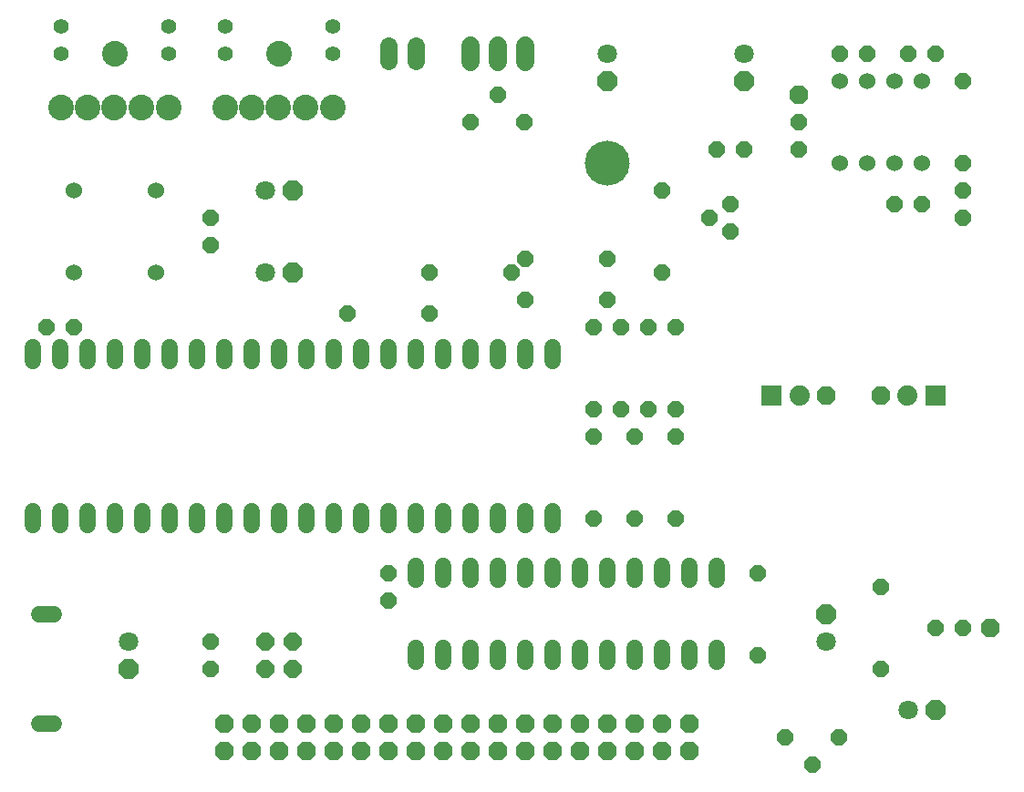
<source format=gts>
G04 EAGLE Gerber RS-274X export*
G75*
%MOMM*%
%FSLAX34Y34*%
%LPD*%
%INSoldermask Top*%
%IPPOS*%
%AMOC8*
5,1,8,0,0,1.08239X$1,22.5*%
G01*
%ADD10P,1.649562X8X292.500000*%
%ADD11P,1.951982X8X292.500000*%
%ADD12C,1.803400*%
%ADD13P,1.649562X8X202.500000*%
%ADD14C,1.524000*%
%ADD15P,1.649562X8X22.500000*%
%ADD16P,1.649562X8X112.500000*%
%ADD17C,1.625600*%
%ADD18C,2.387600*%
%ADD19C,1.403200*%
%ADD20P,1.869504X8X22.500000*%
%ADD21P,1.951982X8X22.500000*%
%ADD22P,1.951982X8X112.500000*%
%ADD23C,4.165600*%
%ADD24P,1.869504X8X202.500000*%
%ADD25C,1.524000*%
%ADD26C,1.727200*%
%ADD27R,1.917700X1.917700*%
%ADD28C,1.879600*%
%ADD29P,1.759533X8X22.500000*%


D10*
X355600Y215900D03*
X355600Y190500D03*
D11*
X114300Y127000D03*
D12*
X114300Y152400D03*
D13*
X432054Y635000D03*
X482346Y635000D03*
X457200Y660400D03*
X685800Y609600D03*
X660400Y609600D03*
D14*
X774700Y596900D03*
X800100Y596900D03*
X800100Y673100D03*
X774700Y673100D03*
X825500Y596900D03*
X850900Y596900D03*
X825500Y673100D03*
X850900Y673100D03*
D13*
X800100Y698500D03*
X774700Y698500D03*
D10*
X736600Y635000D03*
X736600Y609600D03*
D15*
X838200Y698500D03*
X863600Y698500D03*
D16*
X889000Y596900D03*
X889000Y673100D03*
D10*
X889000Y571500D03*
X889000Y546100D03*
D17*
X381000Y691388D02*
X381000Y705612D01*
X355600Y705612D02*
X355600Y691388D01*
D18*
X254000Y698500D03*
X279000Y648500D03*
X304000Y648500D03*
X229000Y648500D03*
X204000Y648500D03*
D19*
X304000Y698500D03*
X304000Y723500D03*
X204000Y723500D03*
X204000Y698500D03*
D18*
X253600Y648500D03*
D20*
X736600Y660400D03*
D10*
X812800Y203200D03*
X812800Y127000D03*
D21*
X863600Y88900D03*
D12*
X838200Y88900D03*
D22*
X762000Y177800D03*
D12*
X762000Y152400D03*
D15*
X863600Y165100D03*
X889000Y165100D03*
D20*
X914400Y165100D03*
D15*
X825500Y558800D03*
X850900Y558800D03*
D10*
X190500Y152400D03*
X190500Y127000D03*
D23*
X558800Y596900D03*
D24*
X635000Y76200D03*
X609600Y76200D03*
X584200Y76200D03*
X558800Y76200D03*
X533400Y76200D03*
X508000Y76200D03*
X635000Y50800D03*
X609600Y50800D03*
X584200Y50800D03*
X558800Y50800D03*
X533400Y50800D03*
X508000Y50800D03*
X482600Y76200D03*
X482600Y50800D03*
X457200Y76200D03*
X431800Y76200D03*
X406400Y76200D03*
X381000Y76200D03*
X355600Y76200D03*
X330200Y76200D03*
X457200Y50800D03*
X431800Y50800D03*
X406400Y50800D03*
X381000Y50800D03*
X355600Y50800D03*
X330200Y50800D03*
X304800Y76200D03*
X304800Y50800D03*
X279400Y76200D03*
X254000Y76200D03*
X228600Y76200D03*
X203200Y76200D03*
X279400Y50800D03*
X254000Y50800D03*
X228600Y50800D03*
X203200Y50800D03*
D25*
X44704Y76200D02*
X31496Y76200D01*
X31496Y177800D02*
X44704Y177800D01*
D26*
X482600Y690880D02*
X482600Y706120D01*
X457200Y706120D02*
X457200Y690880D01*
X431800Y690880D02*
X431800Y706120D01*
D25*
X381000Y146304D02*
X381000Y133096D01*
X406400Y133096D02*
X406400Y146304D01*
X431800Y146304D02*
X431800Y133096D01*
X457200Y133096D02*
X457200Y146304D01*
X482600Y146304D02*
X482600Y133096D01*
X508000Y133096D02*
X508000Y146304D01*
X533400Y146304D02*
X533400Y133096D01*
X558800Y133096D02*
X558800Y146304D01*
X584200Y146304D02*
X584200Y133096D01*
X609600Y133096D02*
X609600Y146304D01*
X635000Y146304D02*
X635000Y133096D01*
X660400Y133096D02*
X660400Y146304D01*
X660400Y209296D02*
X660400Y222504D01*
X635000Y222504D02*
X635000Y209296D01*
X609600Y209296D02*
X609600Y222504D01*
X584200Y222504D02*
X584200Y209296D01*
X558800Y209296D02*
X558800Y222504D01*
X533400Y222504D02*
X533400Y209296D01*
X508000Y209296D02*
X508000Y222504D01*
X482600Y222504D02*
X482600Y209296D01*
X457200Y209296D02*
X457200Y222504D01*
X431800Y222504D02*
X431800Y209296D01*
X406400Y209296D02*
X406400Y222504D01*
X381000Y222504D02*
X381000Y209296D01*
D15*
X774446Y63500D03*
X724154Y63500D03*
X749300Y38100D03*
D27*
X711200Y381000D03*
X863600Y381000D03*
D28*
X737400Y381000D03*
X837400Y381000D03*
D20*
X812800Y381000D03*
X762000Y381000D03*
D14*
X63500Y571500D03*
X63500Y495300D03*
X139700Y495300D03*
X139700Y571500D03*
D10*
X190500Y546100D03*
X190500Y520700D03*
D25*
X25400Y273304D02*
X25400Y260096D01*
X50800Y260096D02*
X50800Y273304D01*
X177800Y273304D02*
X177800Y260096D01*
X203200Y260096D02*
X203200Y273304D01*
X76200Y273304D02*
X76200Y260096D01*
X101600Y260096D02*
X101600Y273304D01*
X152400Y273304D02*
X152400Y260096D01*
X127000Y260096D02*
X127000Y273304D01*
X228600Y273304D02*
X228600Y260096D01*
X254000Y260096D02*
X254000Y273304D01*
X279400Y273304D02*
X279400Y260096D01*
X304800Y260096D02*
X304800Y273304D01*
X330200Y273304D02*
X330200Y260096D01*
X355600Y260096D02*
X355600Y273304D01*
X381000Y273304D02*
X381000Y260096D01*
X406400Y260096D02*
X406400Y273304D01*
X431800Y273304D02*
X431800Y260096D01*
X457200Y260096D02*
X457200Y273304D01*
X482600Y273304D02*
X482600Y260096D01*
X508000Y260096D02*
X508000Y273304D01*
X508000Y412496D02*
X508000Y425704D01*
X482600Y425704D02*
X482600Y412496D01*
X457200Y412496D02*
X457200Y425704D01*
X431800Y425704D02*
X431800Y412496D01*
X406400Y412496D02*
X406400Y425704D01*
X381000Y425704D02*
X381000Y412496D01*
X355600Y412496D02*
X355600Y425704D01*
X330200Y425704D02*
X330200Y412496D01*
X304800Y412496D02*
X304800Y425704D01*
X279400Y425704D02*
X279400Y412496D01*
X254000Y412496D02*
X254000Y425704D01*
X228600Y425704D02*
X228600Y412496D01*
X203200Y412496D02*
X203200Y425704D01*
X177800Y425704D02*
X177800Y412496D01*
X152400Y412496D02*
X152400Y425704D01*
X127000Y425704D02*
X127000Y412496D01*
X101600Y412496D02*
X101600Y425704D01*
X76200Y425704D02*
X76200Y412496D01*
X50800Y412496D02*
X50800Y425704D01*
X25400Y425704D02*
X25400Y412496D01*
D16*
X546100Y368300D03*
X546100Y444500D03*
X571500Y368300D03*
X571500Y444500D03*
X596900Y368300D03*
X596900Y444500D03*
X546100Y266700D03*
X546100Y342900D03*
X584200Y266700D03*
X584200Y342900D03*
X622300Y266700D03*
X622300Y342900D03*
X622300Y368300D03*
X622300Y444500D03*
D15*
X482600Y469900D03*
X558800Y469900D03*
X482600Y508000D03*
X558800Y508000D03*
D13*
X469900Y495300D03*
X393700Y495300D03*
D15*
X317500Y457200D03*
X393700Y457200D03*
D21*
X266700Y571500D03*
D12*
X241300Y571500D03*
D21*
X266700Y495300D03*
D12*
X241300Y495300D03*
D18*
X101600Y698500D03*
X126600Y648500D03*
X151600Y648500D03*
X76600Y648500D03*
X51600Y648500D03*
D19*
X151600Y698500D03*
X151600Y723500D03*
X51600Y723500D03*
X51600Y698500D03*
D18*
X101200Y648500D03*
D15*
X38100Y444500D03*
X63500Y444500D03*
D11*
X685800Y673100D03*
D12*
X685800Y698500D03*
D10*
X698500Y215900D03*
X698500Y139700D03*
D16*
X673100Y558800D03*
X654050Y546100D03*
X673100Y533400D03*
D10*
X609600Y571500D03*
X609600Y495300D03*
D29*
X241300Y127000D03*
X241300Y152400D03*
X266700Y127000D03*
X266700Y152400D03*
D11*
X558800Y673100D03*
D12*
X558800Y698500D03*
M02*

</source>
